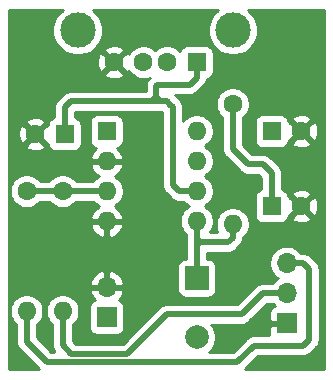
<source format=gbr>
G04 #@! TF.GenerationSoftware,KiCad,Pcbnew,(5.1.5)-3*
G04 #@! TF.CreationDate,2020-05-05T15:59:45-04:00*
G04 #@! TF.ProjectId,FullRangeSpeakerDriver,46756c6c-5261-46e6-9765-537065616b65,rev?*
G04 #@! TF.SameCoordinates,Original*
G04 #@! TF.FileFunction,Copper,L1,Top*
G04 #@! TF.FilePolarity,Positive*
%FSLAX46Y46*%
G04 Gerber Fmt 4.6, Leading zero omitted, Abs format (unit mm)*
G04 Created by KiCad (PCBNEW (5.1.5)-3) date 2020-05-05 15:59:45*
%MOMM*%
%LPD*%
G04 APERTURE LIST*
%ADD10C,1.600000*%
%ADD11R,1.600000X1.600000*%
%ADD12C,3.000000*%
%ADD13O,1.600000X1.600000*%
%ADD14O,1.700000X1.700000*%
%ADD15R,1.700000X1.700000*%
%ADD16C,2.000000*%
%ADD17R,2.000000X2.000000*%
%ADD18C,0.500000*%
%ADD19C,0.254000*%
G04 APERTURE END LIST*
D10*
X193660000Y-60960000D03*
X196160000Y-60960000D03*
X198160000Y-60960000D03*
D11*
X200660000Y-60960000D03*
D12*
X203730000Y-58250000D03*
X190590000Y-58250000D03*
D13*
X203708000Y-74676000D03*
D10*
X203708000Y-64516000D03*
X209510000Y-73152000D03*
D11*
X207010000Y-73152000D03*
D13*
X189306200Y-82042000D03*
D10*
X189306200Y-71882000D03*
D13*
X200660000Y-66802000D03*
X193040000Y-74422000D03*
X200660000Y-69342000D03*
X193040000Y-71882000D03*
X200660000Y-71882000D03*
X193040000Y-69342000D03*
X200660000Y-74422000D03*
D11*
X193040000Y-66802000D03*
D13*
X186258200Y-82042000D03*
D10*
X186258200Y-71882000D03*
D14*
X193040000Y-80010000D03*
D15*
X193040000Y-82550000D03*
D14*
X208280000Y-77978000D03*
X208280000Y-80518000D03*
D15*
X208280000Y-83058000D03*
D10*
X186984000Y-67056000D03*
D11*
X189484000Y-67056000D03*
D10*
X209510000Y-66802000D03*
D11*
X207010000Y-66802000D03*
D16*
X200660000Y-84248000D03*
D17*
X200660000Y-79248000D03*
D18*
X200914000Y-76200000D02*
X200660000Y-75946000D01*
X201041000Y-76200000D02*
X200914000Y-76200000D01*
X200660000Y-75946000D02*
X200660000Y-74422000D01*
X200660000Y-76200000D02*
X200660000Y-75946000D01*
X200660000Y-76200000D02*
X201041000Y-76200000D01*
X200914000Y-76200000D02*
X200660000Y-76454000D01*
X200660000Y-79248000D02*
X200660000Y-76454000D01*
X200660000Y-76454000D02*
X200660000Y-76200000D01*
X203708000Y-75819000D02*
X203327000Y-76200000D01*
X201041000Y-76200000D02*
X203327000Y-76200000D01*
X203708000Y-75819000D02*
X203708000Y-74676000D01*
X199136000Y-71882000D02*
X200660000Y-71882000D01*
X189484000Y-67056000D02*
X189484000Y-64770000D01*
X198628000Y-64770000D02*
X198628000Y-71374000D01*
X189484000Y-64770000D02*
X189992000Y-64262000D01*
X198628000Y-71374000D02*
X199136000Y-71882000D01*
X198120000Y-64262000D02*
X198437500Y-64579500D01*
X198437500Y-64579500D02*
X198628000Y-64770000D01*
X200660000Y-62260000D02*
X200055000Y-62865000D01*
X200660000Y-60960000D02*
X200660000Y-62260000D01*
X200055000Y-62865000D02*
X197358000Y-62865000D01*
X197358000Y-62865000D02*
X197231000Y-62992000D01*
X196977000Y-64135000D02*
X197231000Y-63881000D01*
X196977000Y-64262000D02*
X196977000Y-64135000D01*
X197231000Y-63881000D02*
X197231000Y-64262000D01*
X197231000Y-62992000D02*
X197231000Y-63881000D01*
X196977000Y-64262000D02*
X197231000Y-64262000D01*
X189992000Y-64262000D02*
X196977000Y-64262000D01*
X197231000Y-63881000D02*
X197612000Y-64262000D01*
X197231000Y-64262000D02*
X197612000Y-64262000D01*
X197612000Y-64262000D02*
X198120000Y-64262000D01*
X189306200Y-84912200D02*
X190053990Y-85659990D01*
X189306200Y-82042000D02*
X189306200Y-84912200D01*
X190053990Y-85659990D02*
X194756010Y-85659990D01*
X194756010Y-85659990D02*
X198120000Y-82296000D01*
X206248000Y-80518000D02*
X208280000Y-80518000D01*
X198120000Y-82296000D02*
X204470000Y-82296000D01*
X204470000Y-82296000D02*
X206248000Y-80518000D01*
X189306200Y-71882000D02*
X186258200Y-71882000D01*
X189306200Y-71882000D02*
X193040000Y-71882000D01*
X209677000Y-77978000D02*
X208280000Y-77978000D01*
X210185000Y-78486000D02*
X209677000Y-77978000D01*
X210185000Y-84455000D02*
X210185000Y-78486000D01*
X186258200Y-84632800D02*
X187985400Y-86360000D01*
X186258200Y-82042000D02*
X186258200Y-84632800D01*
X187985400Y-86360000D02*
X204089000Y-86360000D01*
X204089000Y-86360000D02*
X205486000Y-84963000D01*
X205486000Y-84963000D02*
X209677000Y-84963000D01*
X209677000Y-84963000D02*
X210185000Y-84455000D01*
X203708000Y-68326000D02*
X203708000Y-64516000D01*
X204978000Y-69596000D02*
X203708000Y-68326000D01*
X206248000Y-69596000D02*
X204978000Y-69596000D01*
X207010000Y-73152000D02*
X207010000Y-70358000D01*
X207010000Y-70358000D02*
X206248000Y-69596000D01*
D19*
G36*
X189229017Y-56591637D02*
G01*
X188931637Y-56889017D01*
X188697988Y-57238698D01*
X188537047Y-57627244D01*
X188455000Y-58039721D01*
X188455000Y-58460279D01*
X188537047Y-58872756D01*
X188697988Y-59261302D01*
X188931637Y-59610983D01*
X189229017Y-59908363D01*
X189578698Y-60142012D01*
X189967244Y-60302953D01*
X190379721Y-60385000D01*
X190800279Y-60385000D01*
X191212756Y-60302953D01*
X191601302Y-60142012D01*
X191862780Y-59967298D01*
X192846903Y-59967298D01*
X193660000Y-60780395D01*
X194473097Y-59967298D01*
X194401514Y-59723329D01*
X194146004Y-59602429D01*
X193871816Y-59533700D01*
X193589488Y-59519783D01*
X193309870Y-59561213D01*
X193043708Y-59656397D01*
X192918486Y-59723329D01*
X192846903Y-59967298D01*
X191862780Y-59967298D01*
X191950983Y-59908363D01*
X192248363Y-59610983D01*
X192482012Y-59261302D01*
X192642953Y-58872756D01*
X192725000Y-58460279D01*
X192725000Y-58039721D01*
X192642953Y-57627244D01*
X192482012Y-57238698D01*
X192248363Y-56889017D01*
X191950983Y-56591637D01*
X191873703Y-56540000D01*
X202446297Y-56540000D01*
X202369017Y-56591637D01*
X202071637Y-56889017D01*
X201837988Y-57238698D01*
X201677047Y-57627244D01*
X201595000Y-58039721D01*
X201595000Y-58460279D01*
X201677047Y-58872756D01*
X201837988Y-59261302D01*
X202071637Y-59610983D01*
X202369017Y-59908363D01*
X202718698Y-60142012D01*
X203107244Y-60302953D01*
X203519721Y-60385000D01*
X203940279Y-60385000D01*
X204352756Y-60302953D01*
X204741302Y-60142012D01*
X205090983Y-59908363D01*
X205388363Y-59610983D01*
X205622012Y-59261302D01*
X205782953Y-58872756D01*
X205865000Y-58460279D01*
X205865000Y-58039721D01*
X205782953Y-57627244D01*
X205622012Y-57238698D01*
X205388363Y-56889017D01*
X205090983Y-56591637D01*
X205013703Y-56540000D01*
X211430001Y-56540000D01*
X211430000Y-86970000D01*
X204733260Y-86970000D01*
X204745534Y-86955044D01*
X205852579Y-85848000D01*
X209633531Y-85848000D01*
X209677000Y-85852281D01*
X209720469Y-85848000D01*
X209720477Y-85848000D01*
X209850490Y-85835195D01*
X210017313Y-85784589D01*
X210171059Y-85702411D01*
X210305817Y-85591817D01*
X210333534Y-85558044D01*
X210780045Y-85111533D01*
X210813817Y-85083817D01*
X210924411Y-84949059D01*
X211006589Y-84795313D01*
X211057195Y-84628490D01*
X211070000Y-84498477D01*
X211070000Y-84498467D01*
X211074281Y-84455001D01*
X211070000Y-84411535D01*
X211070000Y-78529465D01*
X211074281Y-78485999D01*
X211070000Y-78442533D01*
X211070000Y-78442523D01*
X211057195Y-78312510D01*
X211006589Y-78145687D01*
X210924411Y-77991941D01*
X210813817Y-77857183D01*
X210780044Y-77829466D01*
X210333534Y-77382956D01*
X210305817Y-77349183D01*
X210171059Y-77238589D01*
X210017313Y-77156411D01*
X209850490Y-77105805D01*
X209720477Y-77093000D01*
X209720469Y-77093000D01*
X209677000Y-77088719D01*
X209633531Y-77093000D01*
X209474656Y-77093000D01*
X209433475Y-77031368D01*
X209226632Y-76824525D01*
X208983411Y-76662010D01*
X208713158Y-76550068D01*
X208426260Y-76493000D01*
X208133740Y-76493000D01*
X207846842Y-76550068D01*
X207576589Y-76662010D01*
X207333368Y-76824525D01*
X207126525Y-77031368D01*
X206964010Y-77274589D01*
X206852068Y-77544842D01*
X206795000Y-77831740D01*
X206795000Y-78124260D01*
X206852068Y-78411158D01*
X206964010Y-78681411D01*
X207126525Y-78924632D01*
X207333368Y-79131475D01*
X207507760Y-79248000D01*
X207333368Y-79364525D01*
X207126525Y-79571368D01*
X207085344Y-79633000D01*
X206291469Y-79633000D01*
X206248000Y-79628719D01*
X206204531Y-79633000D01*
X206204523Y-79633000D01*
X206074510Y-79645805D01*
X205907687Y-79696411D01*
X205822285Y-79742059D01*
X205753941Y-79778589D01*
X205652953Y-79861468D01*
X205652951Y-79861470D01*
X205619183Y-79889183D01*
X205591470Y-79922951D01*
X204103422Y-81411000D01*
X198163465Y-81411000D01*
X198119999Y-81406719D01*
X198076533Y-81411000D01*
X198076523Y-81411000D01*
X197946510Y-81423805D01*
X197779687Y-81474411D01*
X197625941Y-81556589D01*
X197625939Y-81556590D01*
X197625940Y-81556590D01*
X197524953Y-81639468D01*
X197524951Y-81639470D01*
X197491183Y-81667183D01*
X197463470Y-81700951D01*
X194389432Y-84774990D01*
X190420569Y-84774990D01*
X190191200Y-84545622D01*
X190191200Y-83176521D01*
X190220959Y-83156637D01*
X190420837Y-82956759D01*
X190577880Y-82721727D01*
X190686053Y-82460574D01*
X190741200Y-82183335D01*
X190741200Y-81900665D01*
X190701285Y-81700000D01*
X191551928Y-81700000D01*
X191551928Y-83400000D01*
X191564188Y-83524482D01*
X191600498Y-83644180D01*
X191659463Y-83754494D01*
X191738815Y-83851185D01*
X191835506Y-83930537D01*
X191945820Y-83989502D01*
X192065518Y-84025812D01*
X192190000Y-84038072D01*
X193890000Y-84038072D01*
X194014482Y-84025812D01*
X194134180Y-83989502D01*
X194244494Y-83930537D01*
X194341185Y-83851185D01*
X194420537Y-83754494D01*
X194479502Y-83644180D01*
X194515812Y-83524482D01*
X194528072Y-83400000D01*
X194528072Y-81700000D01*
X194515812Y-81575518D01*
X194479502Y-81455820D01*
X194420537Y-81345506D01*
X194341185Y-81248815D01*
X194244494Y-81169463D01*
X194134180Y-81110498D01*
X194053534Y-81086034D01*
X194137588Y-81010269D01*
X194311641Y-80776920D01*
X194436825Y-80514099D01*
X194481476Y-80366890D01*
X194360155Y-80137000D01*
X193167000Y-80137000D01*
X193167000Y-80157000D01*
X192913000Y-80157000D01*
X192913000Y-80137000D01*
X191719845Y-80137000D01*
X191598524Y-80366890D01*
X191643175Y-80514099D01*
X191768359Y-80776920D01*
X191942412Y-81010269D01*
X192026466Y-81086034D01*
X191945820Y-81110498D01*
X191835506Y-81169463D01*
X191738815Y-81248815D01*
X191659463Y-81345506D01*
X191600498Y-81455820D01*
X191564188Y-81575518D01*
X191551928Y-81700000D01*
X190701285Y-81700000D01*
X190686053Y-81623426D01*
X190577880Y-81362273D01*
X190420837Y-81127241D01*
X190220959Y-80927363D01*
X189985927Y-80770320D01*
X189724774Y-80662147D01*
X189447535Y-80607000D01*
X189164865Y-80607000D01*
X188887626Y-80662147D01*
X188626473Y-80770320D01*
X188391441Y-80927363D01*
X188191563Y-81127241D01*
X188034520Y-81362273D01*
X187926347Y-81623426D01*
X187871200Y-81900665D01*
X187871200Y-82183335D01*
X187926347Y-82460574D01*
X188034520Y-82721727D01*
X188191563Y-82956759D01*
X188391441Y-83156637D01*
X188421200Y-83176522D01*
X188421201Y-84868721D01*
X188416919Y-84912200D01*
X188434005Y-85085690D01*
X188484612Y-85252513D01*
X188566790Y-85406259D01*
X188623204Y-85475000D01*
X188351979Y-85475000D01*
X187143200Y-84266222D01*
X187143200Y-83176521D01*
X187172959Y-83156637D01*
X187372837Y-82956759D01*
X187529880Y-82721727D01*
X187638053Y-82460574D01*
X187693200Y-82183335D01*
X187693200Y-81900665D01*
X187638053Y-81623426D01*
X187529880Y-81362273D01*
X187372837Y-81127241D01*
X187172959Y-80927363D01*
X186937927Y-80770320D01*
X186676774Y-80662147D01*
X186399535Y-80607000D01*
X186116865Y-80607000D01*
X185839626Y-80662147D01*
X185578473Y-80770320D01*
X185343441Y-80927363D01*
X185143563Y-81127241D01*
X184986520Y-81362273D01*
X184878347Y-81623426D01*
X184823200Y-81900665D01*
X184823200Y-82183335D01*
X184878347Y-82460574D01*
X184986520Y-82721727D01*
X185143563Y-82956759D01*
X185343441Y-83156637D01*
X185373200Y-83176522D01*
X185373201Y-84589321D01*
X185368919Y-84632800D01*
X185386005Y-84806290D01*
X185436612Y-84973113D01*
X185518790Y-85126859D01*
X185601668Y-85227846D01*
X185601671Y-85227849D01*
X185629384Y-85261617D01*
X185663151Y-85289329D01*
X187328870Y-86955049D01*
X187341140Y-86970000D01*
X184810000Y-86970000D01*
X184810000Y-79653110D01*
X191598524Y-79653110D01*
X191719845Y-79883000D01*
X192913000Y-79883000D01*
X192913000Y-78689186D01*
X193167000Y-78689186D01*
X193167000Y-79883000D01*
X194360155Y-79883000D01*
X194481476Y-79653110D01*
X194436825Y-79505901D01*
X194311641Y-79243080D01*
X194137588Y-79009731D01*
X193921355Y-78814822D01*
X193671252Y-78665843D01*
X193396891Y-78568519D01*
X193167000Y-78689186D01*
X192913000Y-78689186D01*
X192683109Y-78568519D01*
X192408748Y-78665843D01*
X192158645Y-78814822D01*
X191942412Y-79009731D01*
X191768359Y-79243080D01*
X191643175Y-79505901D01*
X191598524Y-79653110D01*
X184810000Y-79653110D01*
X184810000Y-74771039D01*
X191648096Y-74771039D01*
X191688754Y-74905087D01*
X191808963Y-75159420D01*
X191976481Y-75385414D01*
X192184869Y-75574385D01*
X192426119Y-75719070D01*
X192690960Y-75813909D01*
X192913000Y-75692624D01*
X192913000Y-74549000D01*
X193167000Y-74549000D01*
X193167000Y-75692624D01*
X193389040Y-75813909D01*
X193653881Y-75719070D01*
X193895131Y-75574385D01*
X194103519Y-75385414D01*
X194271037Y-75159420D01*
X194391246Y-74905087D01*
X194431904Y-74771039D01*
X194309915Y-74549000D01*
X193167000Y-74549000D01*
X192913000Y-74549000D01*
X191770085Y-74549000D01*
X191648096Y-74771039D01*
X184810000Y-74771039D01*
X184810000Y-71740665D01*
X184823200Y-71740665D01*
X184823200Y-72023335D01*
X184878347Y-72300574D01*
X184986520Y-72561727D01*
X185143563Y-72796759D01*
X185343441Y-72996637D01*
X185578473Y-73153680D01*
X185839626Y-73261853D01*
X186116865Y-73317000D01*
X186399535Y-73317000D01*
X186676774Y-73261853D01*
X186937927Y-73153680D01*
X187172959Y-72996637D01*
X187372837Y-72796759D01*
X187392721Y-72767000D01*
X188171679Y-72767000D01*
X188191563Y-72796759D01*
X188391441Y-72996637D01*
X188626473Y-73153680D01*
X188887626Y-73261853D01*
X189164865Y-73317000D01*
X189447535Y-73317000D01*
X189724774Y-73261853D01*
X189985927Y-73153680D01*
X190220959Y-72996637D01*
X190420837Y-72796759D01*
X190440721Y-72767000D01*
X191905479Y-72767000D01*
X191925363Y-72796759D01*
X192125241Y-72996637D01*
X192360273Y-73153680D01*
X192370865Y-73158067D01*
X192184869Y-73269615D01*
X191976481Y-73458586D01*
X191808963Y-73684580D01*
X191688754Y-73938913D01*
X191648096Y-74072961D01*
X191770085Y-74295000D01*
X192913000Y-74295000D01*
X192913000Y-74275000D01*
X193167000Y-74275000D01*
X193167000Y-74295000D01*
X194309915Y-74295000D01*
X194431904Y-74072961D01*
X194391246Y-73938913D01*
X194271037Y-73684580D01*
X194103519Y-73458586D01*
X193895131Y-73269615D01*
X193709135Y-73158067D01*
X193719727Y-73153680D01*
X193954759Y-72996637D01*
X194154637Y-72796759D01*
X194311680Y-72561727D01*
X194419853Y-72300574D01*
X194475000Y-72023335D01*
X194475000Y-71740665D01*
X194419853Y-71463426D01*
X194311680Y-71202273D01*
X194154637Y-70967241D01*
X193954759Y-70767363D01*
X193719727Y-70610320D01*
X193709135Y-70605933D01*
X193895131Y-70494385D01*
X194103519Y-70305414D01*
X194271037Y-70079420D01*
X194391246Y-69825087D01*
X194431904Y-69691039D01*
X194309915Y-69469000D01*
X193167000Y-69469000D01*
X193167000Y-69489000D01*
X192913000Y-69489000D01*
X192913000Y-69469000D01*
X191770085Y-69469000D01*
X191648096Y-69691039D01*
X191688754Y-69825087D01*
X191808963Y-70079420D01*
X191976481Y-70305414D01*
X192184869Y-70494385D01*
X192370865Y-70605933D01*
X192360273Y-70610320D01*
X192125241Y-70767363D01*
X191925363Y-70967241D01*
X191905479Y-70997000D01*
X190440721Y-70997000D01*
X190420837Y-70967241D01*
X190220959Y-70767363D01*
X189985927Y-70610320D01*
X189724774Y-70502147D01*
X189447535Y-70447000D01*
X189164865Y-70447000D01*
X188887626Y-70502147D01*
X188626473Y-70610320D01*
X188391441Y-70767363D01*
X188191563Y-70967241D01*
X188171679Y-70997000D01*
X187392721Y-70997000D01*
X187372837Y-70967241D01*
X187172959Y-70767363D01*
X186937927Y-70610320D01*
X186676774Y-70502147D01*
X186399535Y-70447000D01*
X186116865Y-70447000D01*
X185839626Y-70502147D01*
X185578473Y-70610320D01*
X185343441Y-70767363D01*
X185143563Y-70967241D01*
X184986520Y-71202273D01*
X184878347Y-71463426D01*
X184823200Y-71740665D01*
X184810000Y-71740665D01*
X184810000Y-68048702D01*
X186170903Y-68048702D01*
X186242486Y-68292671D01*
X186497996Y-68413571D01*
X186772184Y-68482300D01*
X187054512Y-68496217D01*
X187334130Y-68454787D01*
X187600292Y-68359603D01*
X187725514Y-68292671D01*
X187797097Y-68048702D01*
X186984000Y-67235605D01*
X186170903Y-68048702D01*
X184810000Y-68048702D01*
X184810000Y-67126512D01*
X185543783Y-67126512D01*
X185585213Y-67406130D01*
X185680397Y-67672292D01*
X185747329Y-67797514D01*
X185991298Y-67869097D01*
X186804395Y-67056000D01*
X187163605Y-67056000D01*
X187976702Y-67869097D01*
X188045928Y-67848785D01*
X188045928Y-67856000D01*
X188058188Y-67980482D01*
X188094498Y-68100180D01*
X188153463Y-68210494D01*
X188232815Y-68307185D01*
X188329506Y-68386537D01*
X188439820Y-68445502D01*
X188559518Y-68481812D01*
X188684000Y-68494072D01*
X190284000Y-68494072D01*
X190408482Y-68481812D01*
X190528180Y-68445502D01*
X190638494Y-68386537D01*
X190735185Y-68307185D01*
X190814537Y-68210494D01*
X190873502Y-68100180D01*
X190909812Y-67980482D01*
X190922072Y-67856000D01*
X190922072Y-66256000D01*
X190909812Y-66131518D01*
X190873502Y-66011820D01*
X190868254Y-66002000D01*
X191601928Y-66002000D01*
X191601928Y-67602000D01*
X191614188Y-67726482D01*
X191650498Y-67846180D01*
X191709463Y-67956494D01*
X191788815Y-68053185D01*
X191885506Y-68132537D01*
X191995820Y-68191502D01*
X192115518Y-68227812D01*
X192140080Y-68230231D01*
X191976481Y-68378586D01*
X191808963Y-68604580D01*
X191688754Y-68858913D01*
X191648096Y-68992961D01*
X191770085Y-69215000D01*
X192913000Y-69215000D01*
X192913000Y-69195000D01*
X193167000Y-69195000D01*
X193167000Y-69215000D01*
X194309915Y-69215000D01*
X194431904Y-68992961D01*
X194391246Y-68858913D01*
X194271037Y-68604580D01*
X194103519Y-68378586D01*
X193939920Y-68230231D01*
X193964482Y-68227812D01*
X194084180Y-68191502D01*
X194194494Y-68132537D01*
X194291185Y-68053185D01*
X194370537Y-67956494D01*
X194429502Y-67846180D01*
X194465812Y-67726482D01*
X194478072Y-67602000D01*
X194478072Y-66002000D01*
X194465812Y-65877518D01*
X194429502Y-65757820D01*
X194370537Y-65647506D01*
X194291185Y-65550815D01*
X194194494Y-65471463D01*
X194084180Y-65412498D01*
X193964482Y-65376188D01*
X193840000Y-65363928D01*
X192240000Y-65363928D01*
X192115518Y-65376188D01*
X191995820Y-65412498D01*
X191885506Y-65471463D01*
X191788815Y-65550815D01*
X191709463Y-65647506D01*
X191650498Y-65757820D01*
X191614188Y-65877518D01*
X191601928Y-66002000D01*
X190868254Y-66002000D01*
X190814537Y-65901506D01*
X190735185Y-65804815D01*
X190638494Y-65725463D01*
X190528180Y-65666498D01*
X190408482Y-65630188D01*
X190369000Y-65626299D01*
X190369000Y-65147000D01*
X196933523Y-65147000D01*
X196977000Y-65151282D01*
X197020476Y-65147000D01*
X197187524Y-65147000D01*
X197231000Y-65151282D01*
X197274477Y-65147000D01*
X197568533Y-65147000D01*
X197611999Y-65151281D01*
X197655465Y-65147000D01*
X197743000Y-65147000D01*
X197743001Y-71330521D01*
X197738719Y-71374000D01*
X197755805Y-71547490D01*
X197806412Y-71714313D01*
X197888590Y-71868059D01*
X197971468Y-71969046D01*
X197971471Y-71969049D01*
X197999184Y-72002817D01*
X198032952Y-72030530D01*
X198479466Y-72477044D01*
X198507183Y-72510817D01*
X198641941Y-72621411D01*
X198795687Y-72703589D01*
X198962510Y-72754195D01*
X199092523Y-72767000D01*
X199092533Y-72767000D01*
X199135999Y-72771281D01*
X199179465Y-72767000D01*
X199525479Y-72767000D01*
X199545363Y-72796759D01*
X199745241Y-72996637D01*
X199977759Y-73152000D01*
X199745241Y-73307363D01*
X199545363Y-73507241D01*
X199388320Y-73742273D01*
X199280147Y-74003426D01*
X199225000Y-74280665D01*
X199225000Y-74563335D01*
X199280147Y-74840574D01*
X199388320Y-75101727D01*
X199545363Y-75336759D01*
X199745241Y-75536637D01*
X199775000Y-75556521D01*
X199775000Y-75902531D01*
X199770719Y-75946000D01*
X199775000Y-75989469D01*
X199775000Y-76156523D01*
X199770718Y-76200000D01*
X199775000Y-76243476D01*
X199775000Y-76410531D01*
X199770719Y-76454000D01*
X199775000Y-76497469D01*
X199775000Y-76497476D01*
X199775001Y-76497486D01*
X199775001Y-77609928D01*
X199660000Y-77609928D01*
X199535518Y-77622188D01*
X199415820Y-77658498D01*
X199305506Y-77717463D01*
X199208815Y-77796815D01*
X199129463Y-77893506D01*
X199070498Y-78003820D01*
X199034188Y-78123518D01*
X199021928Y-78248000D01*
X199021928Y-80248000D01*
X199034188Y-80372482D01*
X199070498Y-80492180D01*
X199129463Y-80602494D01*
X199208815Y-80699185D01*
X199305506Y-80778537D01*
X199415820Y-80837502D01*
X199535518Y-80873812D01*
X199660000Y-80886072D01*
X201660000Y-80886072D01*
X201784482Y-80873812D01*
X201904180Y-80837502D01*
X202014494Y-80778537D01*
X202111185Y-80699185D01*
X202190537Y-80602494D01*
X202249502Y-80492180D01*
X202285812Y-80372482D01*
X202298072Y-80248000D01*
X202298072Y-78248000D01*
X202285812Y-78123518D01*
X202249502Y-78003820D01*
X202190537Y-77893506D01*
X202111185Y-77796815D01*
X202014494Y-77717463D01*
X201904180Y-77658498D01*
X201784482Y-77622188D01*
X201660000Y-77609928D01*
X201545000Y-77609928D01*
X201545000Y-77085000D01*
X203283531Y-77085000D01*
X203327000Y-77089281D01*
X203370469Y-77085000D01*
X203370477Y-77085000D01*
X203500490Y-77072195D01*
X203667313Y-77021589D01*
X203821059Y-76939411D01*
X203955817Y-76828817D01*
X203983534Y-76795044D01*
X204303045Y-76475533D01*
X204336817Y-76447817D01*
X204447411Y-76313059D01*
X204529589Y-76159313D01*
X204580195Y-75992490D01*
X204593000Y-75862477D01*
X204593000Y-75862467D01*
X204597281Y-75819001D01*
X204596233Y-75808361D01*
X204622759Y-75790637D01*
X204822637Y-75590759D01*
X204979680Y-75355727D01*
X205087853Y-75094574D01*
X205143000Y-74817335D01*
X205143000Y-74534665D01*
X205087853Y-74257426D01*
X204979680Y-73996273D01*
X204822637Y-73761241D01*
X204622759Y-73561363D01*
X204387727Y-73404320D01*
X204126574Y-73296147D01*
X203849335Y-73241000D01*
X203566665Y-73241000D01*
X203289426Y-73296147D01*
X203028273Y-73404320D01*
X202793241Y-73561363D01*
X202593363Y-73761241D01*
X202436320Y-73996273D01*
X202328147Y-74257426D01*
X202273000Y-74534665D01*
X202273000Y-74817335D01*
X202328147Y-75094574D01*
X202419450Y-75315000D01*
X201789176Y-75315000D01*
X201931680Y-75101727D01*
X202039853Y-74840574D01*
X202095000Y-74563335D01*
X202095000Y-74280665D01*
X202039853Y-74003426D01*
X201931680Y-73742273D01*
X201774637Y-73507241D01*
X201574759Y-73307363D01*
X201342241Y-73152000D01*
X201574759Y-72996637D01*
X201774637Y-72796759D01*
X201931680Y-72561727D01*
X202039853Y-72300574D01*
X202095000Y-72023335D01*
X202095000Y-71740665D01*
X202039853Y-71463426D01*
X201931680Y-71202273D01*
X201774637Y-70967241D01*
X201574759Y-70767363D01*
X201342241Y-70612000D01*
X201574759Y-70456637D01*
X201774637Y-70256759D01*
X201931680Y-70021727D01*
X202039853Y-69760574D01*
X202095000Y-69483335D01*
X202095000Y-69200665D01*
X202039853Y-68923426D01*
X201931680Y-68662273D01*
X201774637Y-68427241D01*
X201574759Y-68227363D01*
X201342241Y-68072000D01*
X201574759Y-67916637D01*
X201774637Y-67716759D01*
X201931680Y-67481727D01*
X202039853Y-67220574D01*
X202095000Y-66943335D01*
X202095000Y-66660665D01*
X202039853Y-66383426D01*
X201931680Y-66122273D01*
X201774637Y-65887241D01*
X201574759Y-65687363D01*
X201339727Y-65530320D01*
X201078574Y-65422147D01*
X200801335Y-65367000D01*
X200518665Y-65367000D01*
X200241426Y-65422147D01*
X199980273Y-65530320D01*
X199745241Y-65687363D01*
X199545363Y-65887241D01*
X199513000Y-65935676D01*
X199513000Y-64813469D01*
X199517281Y-64770000D01*
X199513000Y-64726531D01*
X199513000Y-64726523D01*
X199500195Y-64596510D01*
X199449589Y-64429687D01*
X199420180Y-64374665D01*
X202273000Y-64374665D01*
X202273000Y-64657335D01*
X202328147Y-64934574D01*
X202436320Y-65195727D01*
X202593363Y-65430759D01*
X202793241Y-65630637D01*
X202823001Y-65650522D01*
X202823000Y-68282531D01*
X202818719Y-68326000D01*
X202823000Y-68369469D01*
X202823000Y-68369476D01*
X202835805Y-68499489D01*
X202886411Y-68666312D01*
X202968589Y-68820058D01*
X203079183Y-68954817D01*
X203112956Y-68982534D01*
X204321470Y-70191049D01*
X204349183Y-70224817D01*
X204382951Y-70252530D01*
X204382953Y-70252532D01*
X204388104Y-70256759D01*
X204483941Y-70335411D01*
X204637687Y-70417589D01*
X204804510Y-70468195D01*
X204934523Y-70481000D01*
X204934533Y-70481000D01*
X204977999Y-70485281D01*
X205021465Y-70481000D01*
X205881422Y-70481000D01*
X206125001Y-70724580D01*
X206125001Y-71722299D01*
X206085518Y-71726188D01*
X205965820Y-71762498D01*
X205855506Y-71821463D01*
X205758815Y-71900815D01*
X205679463Y-71997506D01*
X205620498Y-72107820D01*
X205584188Y-72227518D01*
X205571928Y-72352000D01*
X205571928Y-73952000D01*
X205584188Y-74076482D01*
X205620498Y-74196180D01*
X205679463Y-74306494D01*
X205758815Y-74403185D01*
X205855506Y-74482537D01*
X205965820Y-74541502D01*
X206085518Y-74577812D01*
X206210000Y-74590072D01*
X207810000Y-74590072D01*
X207934482Y-74577812D01*
X208054180Y-74541502D01*
X208164494Y-74482537D01*
X208261185Y-74403185D01*
X208340537Y-74306494D01*
X208399502Y-74196180D01*
X208415117Y-74144702D01*
X208696903Y-74144702D01*
X208768486Y-74388671D01*
X209023996Y-74509571D01*
X209298184Y-74578300D01*
X209580512Y-74592217D01*
X209860130Y-74550787D01*
X210126292Y-74455603D01*
X210251514Y-74388671D01*
X210323097Y-74144702D01*
X209510000Y-73331605D01*
X208696903Y-74144702D01*
X208415117Y-74144702D01*
X208435812Y-74076482D01*
X208448072Y-73952000D01*
X208448072Y-73944785D01*
X208517298Y-73965097D01*
X209330395Y-73152000D01*
X209689605Y-73152000D01*
X210502702Y-73965097D01*
X210746671Y-73893514D01*
X210867571Y-73638004D01*
X210936300Y-73363816D01*
X210950217Y-73081488D01*
X210908787Y-72801870D01*
X210813603Y-72535708D01*
X210746671Y-72410486D01*
X210502702Y-72338903D01*
X209689605Y-73152000D01*
X209330395Y-73152000D01*
X208517298Y-72338903D01*
X208448072Y-72359215D01*
X208448072Y-72352000D01*
X208435812Y-72227518D01*
X208415118Y-72159298D01*
X208696903Y-72159298D01*
X209510000Y-72972395D01*
X210323097Y-72159298D01*
X210251514Y-71915329D01*
X209996004Y-71794429D01*
X209721816Y-71725700D01*
X209439488Y-71711783D01*
X209159870Y-71753213D01*
X208893708Y-71848397D01*
X208768486Y-71915329D01*
X208696903Y-72159298D01*
X208415118Y-72159298D01*
X208399502Y-72107820D01*
X208340537Y-71997506D01*
X208261185Y-71900815D01*
X208164494Y-71821463D01*
X208054180Y-71762498D01*
X207934482Y-71726188D01*
X207895000Y-71722299D01*
X207895000Y-70401469D01*
X207899281Y-70358000D01*
X207895000Y-70314531D01*
X207895000Y-70314523D01*
X207882195Y-70184510D01*
X207831589Y-70017687D01*
X207749411Y-69863941D01*
X207717524Y-69825087D01*
X207666532Y-69762953D01*
X207666530Y-69762951D01*
X207638817Y-69729183D01*
X207605049Y-69701470D01*
X206904534Y-69000956D01*
X206876817Y-68967183D01*
X206742059Y-68856589D01*
X206588313Y-68774411D01*
X206421490Y-68723805D01*
X206291477Y-68711000D01*
X206291469Y-68711000D01*
X206248000Y-68706719D01*
X206204531Y-68711000D01*
X205344579Y-68711000D01*
X204593000Y-67959422D01*
X204593000Y-66002000D01*
X205571928Y-66002000D01*
X205571928Y-67602000D01*
X205584188Y-67726482D01*
X205620498Y-67846180D01*
X205679463Y-67956494D01*
X205758815Y-68053185D01*
X205855506Y-68132537D01*
X205965820Y-68191502D01*
X206085518Y-68227812D01*
X206210000Y-68240072D01*
X207810000Y-68240072D01*
X207934482Y-68227812D01*
X208054180Y-68191502D01*
X208164494Y-68132537D01*
X208261185Y-68053185D01*
X208340537Y-67956494D01*
X208399502Y-67846180D01*
X208415117Y-67794702D01*
X208696903Y-67794702D01*
X208768486Y-68038671D01*
X209023996Y-68159571D01*
X209298184Y-68228300D01*
X209580512Y-68242217D01*
X209860130Y-68200787D01*
X210126292Y-68105603D01*
X210251514Y-68038671D01*
X210323097Y-67794702D01*
X209510000Y-66981605D01*
X208696903Y-67794702D01*
X208415117Y-67794702D01*
X208435812Y-67726482D01*
X208448072Y-67602000D01*
X208448072Y-67594785D01*
X208517298Y-67615097D01*
X209330395Y-66802000D01*
X209689605Y-66802000D01*
X210502702Y-67615097D01*
X210746671Y-67543514D01*
X210867571Y-67288004D01*
X210936300Y-67013816D01*
X210950217Y-66731488D01*
X210908787Y-66451870D01*
X210813603Y-66185708D01*
X210746671Y-66060486D01*
X210502702Y-65988903D01*
X209689605Y-66802000D01*
X209330395Y-66802000D01*
X208517298Y-65988903D01*
X208448072Y-66009215D01*
X208448072Y-66002000D01*
X208435812Y-65877518D01*
X208415118Y-65809298D01*
X208696903Y-65809298D01*
X209510000Y-66622395D01*
X210323097Y-65809298D01*
X210251514Y-65565329D01*
X209996004Y-65444429D01*
X209721816Y-65375700D01*
X209439488Y-65361783D01*
X209159870Y-65403213D01*
X208893708Y-65498397D01*
X208768486Y-65565329D01*
X208696903Y-65809298D01*
X208415118Y-65809298D01*
X208399502Y-65757820D01*
X208340537Y-65647506D01*
X208261185Y-65550815D01*
X208164494Y-65471463D01*
X208054180Y-65412498D01*
X207934482Y-65376188D01*
X207810000Y-65363928D01*
X206210000Y-65363928D01*
X206085518Y-65376188D01*
X205965820Y-65412498D01*
X205855506Y-65471463D01*
X205758815Y-65550815D01*
X205679463Y-65647506D01*
X205620498Y-65757820D01*
X205584188Y-65877518D01*
X205571928Y-66002000D01*
X204593000Y-66002000D01*
X204593000Y-65650521D01*
X204622759Y-65630637D01*
X204822637Y-65430759D01*
X204979680Y-65195727D01*
X205087853Y-64934574D01*
X205143000Y-64657335D01*
X205143000Y-64374665D01*
X205087853Y-64097426D01*
X204979680Y-63836273D01*
X204822637Y-63601241D01*
X204622759Y-63401363D01*
X204387727Y-63244320D01*
X204126574Y-63136147D01*
X203849335Y-63081000D01*
X203566665Y-63081000D01*
X203289426Y-63136147D01*
X203028273Y-63244320D01*
X202793241Y-63401363D01*
X202593363Y-63601241D01*
X202436320Y-63836273D01*
X202328147Y-64097426D01*
X202273000Y-64374665D01*
X199420180Y-64374665D01*
X199367411Y-64275941D01*
X199256817Y-64141183D01*
X199223045Y-64113467D01*
X198859578Y-63750000D01*
X200011531Y-63750000D01*
X200055000Y-63754281D01*
X200098469Y-63750000D01*
X200098477Y-63750000D01*
X200228490Y-63737195D01*
X200395313Y-63686589D01*
X200549059Y-63604411D01*
X200683817Y-63493817D01*
X200711534Y-63460044D01*
X201255049Y-62916530D01*
X201288817Y-62888817D01*
X201399411Y-62754059D01*
X201481589Y-62600313D01*
X201532195Y-62433490D01*
X201536425Y-62390545D01*
X201584482Y-62385812D01*
X201704180Y-62349502D01*
X201814494Y-62290537D01*
X201911185Y-62211185D01*
X201990537Y-62114494D01*
X202049502Y-62004180D01*
X202085812Y-61884482D01*
X202098072Y-61760000D01*
X202098072Y-60160000D01*
X202085812Y-60035518D01*
X202049502Y-59915820D01*
X201990537Y-59805506D01*
X201911185Y-59708815D01*
X201814494Y-59629463D01*
X201704180Y-59570498D01*
X201584482Y-59534188D01*
X201460000Y-59521928D01*
X199860000Y-59521928D01*
X199735518Y-59534188D01*
X199615820Y-59570498D01*
X199505506Y-59629463D01*
X199408815Y-59708815D01*
X199329463Y-59805506D01*
X199270498Y-59915820D01*
X199241339Y-60011943D01*
X199074759Y-59845363D01*
X198839727Y-59688320D01*
X198578574Y-59580147D01*
X198301335Y-59525000D01*
X198018665Y-59525000D01*
X197741426Y-59580147D01*
X197480273Y-59688320D01*
X197245241Y-59845363D01*
X197160000Y-59930604D01*
X197074759Y-59845363D01*
X196839727Y-59688320D01*
X196578574Y-59580147D01*
X196301335Y-59525000D01*
X196018665Y-59525000D01*
X195741426Y-59580147D01*
X195480273Y-59688320D01*
X195245241Y-59845363D01*
X195045363Y-60045241D01*
X194911308Y-60245869D01*
X194896671Y-60218486D01*
X194652702Y-60146903D01*
X193839605Y-60960000D01*
X194652702Y-61773097D01*
X194896671Y-61701514D01*
X194910324Y-61672659D01*
X195045363Y-61874759D01*
X195245241Y-62074637D01*
X195480273Y-62231680D01*
X195741426Y-62339853D01*
X196018665Y-62395000D01*
X196301335Y-62395000D01*
X196578574Y-62339853D01*
X196669042Y-62302380D01*
X196635956Y-62335466D01*
X196602183Y-62363183D01*
X196491589Y-62497942D01*
X196409411Y-62651688D01*
X196358805Y-62818511D01*
X196346000Y-62948524D01*
X196346000Y-62948531D01*
X196341719Y-62992000D01*
X196346000Y-63035469D01*
X196346000Y-63377000D01*
X190035465Y-63377000D01*
X189991999Y-63372719D01*
X189948533Y-63377000D01*
X189948523Y-63377000D01*
X189818510Y-63389805D01*
X189651687Y-63440411D01*
X189497941Y-63522589D01*
X189363183Y-63633183D01*
X189335468Y-63666954D01*
X188888952Y-64113470D01*
X188855184Y-64141183D01*
X188827471Y-64174951D01*
X188827468Y-64174954D01*
X188744590Y-64275941D01*
X188662412Y-64429687D01*
X188611805Y-64596510D01*
X188594719Y-64770000D01*
X188599001Y-64813479D01*
X188599001Y-65626299D01*
X188559518Y-65630188D01*
X188439820Y-65666498D01*
X188329506Y-65725463D01*
X188232815Y-65804815D01*
X188153463Y-65901506D01*
X188094498Y-66011820D01*
X188058188Y-66131518D01*
X188045928Y-66256000D01*
X188045928Y-66263215D01*
X187976702Y-66242903D01*
X187163605Y-67056000D01*
X186804395Y-67056000D01*
X185991298Y-66242903D01*
X185747329Y-66314486D01*
X185626429Y-66569996D01*
X185557700Y-66844184D01*
X185543783Y-67126512D01*
X184810000Y-67126512D01*
X184810000Y-66063298D01*
X186170903Y-66063298D01*
X186984000Y-66876395D01*
X187797097Y-66063298D01*
X187725514Y-65819329D01*
X187470004Y-65698429D01*
X187195816Y-65629700D01*
X186913488Y-65615783D01*
X186633870Y-65657213D01*
X186367708Y-65752397D01*
X186242486Y-65819329D01*
X186170903Y-66063298D01*
X184810000Y-66063298D01*
X184810000Y-61952702D01*
X192846903Y-61952702D01*
X192918486Y-62196671D01*
X193173996Y-62317571D01*
X193448184Y-62386300D01*
X193730512Y-62400217D01*
X194010130Y-62358787D01*
X194276292Y-62263603D01*
X194401514Y-62196671D01*
X194473097Y-61952702D01*
X193660000Y-61139605D01*
X192846903Y-61952702D01*
X184810000Y-61952702D01*
X184810000Y-61030512D01*
X192219783Y-61030512D01*
X192261213Y-61310130D01*
X192356397Y-61576292D01*
X192423329Y-61701514D01*
X192667298Y-61773097D01*
X193480395Y-60960000D01*
X192667298Y-60146903D01*
X192423329Y-60218486D01*
X192302429Y-60473996D01*
X192233700Y-60748184D01*
X192219783Y-61030512D01*
X184810000Y-61030512D01*
X184810000Y-56540000D01*
X189306297Y-56540000D01*
X189229017Y-56591637D01*
G37*
X189229017Y-56591637D02*
X188931637Y-56889017D01*
X188697988Y-57238698D01*
X188537047Y-57627244D01*
X188455000Y-58039721D01*
X188455000Y-58460279D01*
X188537047Y-58872756D01*
X188697988Y-59261302D01*
X188931637Y-59610983D01*
X189229017Y-59908363D01*
X189578698Y-60142012D01*
X189967244Y-60302953D01*
X190379721Y-60385000D01*
X190800279Y-60385000D01*
X191212756Y-60302953D01*
X191601302Y-60142012D01*
X191862780Y-59967298D01*
X192846903Y-59967298D01*
X193660000Y-60780395D01*
X194473097Y-59967298D01*
X194401514Y-59723329D01*
X194146004Y-59602429D01*
X193871816Y-59533700D01*
X193589488Y-59519783D01*
X193309870Y-59561213D01*
X193043708Y-59656397D01*
X192918486Y-59723329D01*
X192846903Y-59967298D01*
X191862780Y-59967298D01*
X191950983Y-59908363D01*
X192248363Y-59610983D01*
X192482012Y-59261302D01*
X192642953Y-58872756D01*
X192725000Y-58460279D01*
X192725000Y-58039721D01*
X192642953Y-57627244D01*
X192482012Y-57238698D01*
X192248363Y-56889017D01*
X191950983Y-56591637D01*
X191873703Y-56540000D01*
X202446297Y-56540000D01*
X202369017Y-56591637D01*
X202071637Y-56889017D01*
X201837988Y-57238698D01*
X201677047Y-57627244D01*
X201595000Y-58039721D01*
X201595000Y-58460279D01*
X201677047Y-58872756D01*
X201837988Y-59261302D01*
X202071637Y-59610983D01*
X202369017Y-59908363D01*
X202718698Y-60142012D01*
X203107244Y-60302953D01*
X203519721Y-60385000D01*
X203940279Y-60385000D01*
X204352756Y-60302953D01*
X204741302Y-60142012D01*
X205090983Y-59908363D01*
X205388363Y-59610983D01*
X205622012Y-59261302D01*
X205782953Y-58872756D01*
X205865000Y-58460279D01*
X205865000Y-58039721D01*
X205782953Y-57627244D01*
X205622012Y-57238698D01*
X205388363Y-56889017D01*
X205090983Y-56591637D01*
X205013703Y-56540000D01*
X211430001Y-56540000D01*
X211430000Y-86970000D01*
X204733260Y-86970000D01*
X204745534Y-86955044D01*
X205852579Y-85848000D01*
X209633531Y-85848000D01*
X209677000Y-85852281D01*
X209720469Y-85848000D01*
X209720477Y-85848000D01*
X209850490Y-85835195D01*
X210017313Y-85784589D01*
X210171059Y-85702411D01*
X210305817Y-85591817D01*
X210333534Y-85558044D01*
X210780045Y-85111533D01*
X210813817Y-85083817D01*
X210924411Y-84949059D01*
X211006589Y-84795313D01*
X211057195Y-84628490D01*
X211070000Y-84498477D01*
X211070000Y-84498467D01*
X211074281Y-84455001D01*
X211070000Y-84411535D01*
X211070000Y-78529465D01*
X211074281Y-78485999D01*
X211070000Y-78442533D01*
X211070000Y-78442523D01*
X211057195Y-78312510D01*
X211006589Y-78145687D01*
X210924411Y-77991941D01*
X210813817Y-77857183D01*
X210780044Y-77829466D01*
X210333534Y-77382956D01*
X210305817Y-77349183D01*
X210171059Y-77238589D01*
X210017313Y-77156411D01*
X209850490Y-77105805D01*
X209720477Y-77093000D01*
X209720469Y-77093000D01*
X209677000Y-77088719D01*
X209633531Y-77093000D01*
X209474656Y-77093000D01*
X209433475Y-77031368D01*
X209226632Y-76824525D01*
X208983411Y-76662010D01*
X208713158Y-76550068D01*
X208426260Y-76493000D01*
X208133740Y-76493000D01*
X207846842Y-76550068D01*
X207576589Y-76662010D01*
X207333368Y-76824525D01*
X207126525Y-77031368D01*
X206964010Y-77274589D01*
X206852068Y-77544842D01*
X206795000Y-77831740D01*
X206795000Y-78124260D01*
X206852068Y-78411158D01*
X206964010Y-78681411D01*
X207126525Y-78924632D01*
X207333368Y-79131475D01*
X207507760Y-79248000D01*
X207333368Y-79364525D01*
X207126525Y-79571368D01*
X207085344Y-79633000D01*
X206291469Y-79633000D01*
X206248000Y-79628719D01*
X206204531Y-79633000D01*
X206204523Y-79633000D01*
X206074510Y-79645805D01*
X205907687Y-79696411D01*
X205822285Y-79742059D01*
X205753941Y-79778589D01*
X205652953Y-79861468D01*
X205652951Y-79861470D01*
X205619183Y-79889183D01*
X205591470Y-79922951D01*
X204103422Y-81411000D01*
X198163465Y-81411000D01*
X198119999Y-81406719D01*
X198076533Y-81411000D01*
X198076523Y-81411000D01*
X197946510Y-81423805D01*
X197779687Y-81474411D01*
X197625941Y-81556589D01*
X197625939Y-81556590D01*
X197625940Y-81556590D01*
X197524953Y-81639468D01*
X197524951Y-81639470D01*
X197491183Y-81667183D01*
X197463470Y-81700951D01*
X194389432Y-84774990D01*
X190420569Y-84774990D01*
X190191200Y-84545622D01*
X190191200Y-83176521D01*
X190220959Y-83156637D01*
X190420837Y-82956759D01*
X190577880Y-82721727D01*
X190686053Y-82460574D01*
X190741200Y-82183335D01*
X190741200Y-81900665D01*
X190701285Y-81700000D01*
X191551928Y-81700000D01*
X191551928Y-83400000D01*
X191564188Y-83524482D01*
X191600498Y-83644180D01*
X191659463Y-83754494D01*
X191738815Y-83851185D01*
X191835506Y-83930537D01*
X191945820Y-83989502D01*
X192065518Y-84025812D01*
X192190000Y-84038072D01*
X193890000Y-84038072D01*
X194014482Y-84025812D01*
X194134180Y-83989502D01*
X194244494Y-83930537D01*
X194341185Y-83851185D01*
X194420537Y-83754494D01*
X194479502Y-83644180D01*
X194515812Y-83524482D01*
X194528072Y-83400000D01*
X194528072Y-81700000D01*
X194515812Y-81575518D01*
X194479502Y-81455820D01*
X194420537Y-81345506D01*
X194341185Y-81248815D01*
X194244494Y-81169463D01*
X194134180Y-81110498D01*
X194053534Y-81086034D01*
X194137588Y-81010269D01*
X194311641Y-80776920D01*
X194436825Y-80514099D01*
X194481476Y-80366890D01*
X194360155Y-80137000D01*
X193167000Y-80137000D01*
X193167000Y-80157000D01*
X192913000Y-80157000D01*
X192913000Y-80137000D01*
X191719845Y-80137000D01*
X191598524Y-80366890D01*
X191643175Y-80514099D01*
X191768359Y-80776920D01*
X191942412Y-81010269D01*
X192026466Y-81086034D01*
X191945820Y-81110498D01*
X191835506Y-81169463D01*
X191738815Y-81248815D01*
X191659463Y-81345506D01*
X191600498Y-81455820D01*
X191564188Y-81575518D01*
X191551928Y-81700000D01*
X190701285Y-81700000D01*
X190686053Y-81623426D01*
X190577880Y-81362273D01*
X190420837Y-81127241D01*
X190220959Y-80927363D01*
X189985927Y-80770320D01*
X189724774Y-80662147D01*
X189447535Y-80607000D01*
X189164865Y-80607000D01*
X188887626Y-80662147D01*
X188626473Y-80770320D01*
X188391441Y-80927363D01*
X188191563Y-81127241D01*
X188034520Y-81362273D01*
X187926347Y-81623426D01*
X187871200Y-81900665D01*
X187871200Y-82183335D01*
X187926347Y-82460574D01*
X188034520Y-82721727D01*
X188191563Y-82956759D01*
X188391441Y-83156637D01*
X188421200Y-83176522D01*
X188421201Y-84868721D01*
X188416919Y-84912200D01*
X188434005Y-85085690D01*
X188484612Y-85252513D01*
X188566790Y-85406259D01*
X188623204Y-85475000D01*
X188351979Y-85475000D01*
X187143200Y-84266222D01*
X187143200Y-83176521D01*
X187172959Y-83156637D01*
X187372837Y-82956759D01*
X187529880Y-82721727D01*
X187638053Y-82460574D01*
X187693200Y-82183335D01*
X187693200Y-81900665D01*
X187638053Y-81623426D01*
X187529880Y-81362273D01*
X187372837Y-81127241D01*
X187172959Y-80927363D01*
X186937927Y-80770320D01*
X186676774Y-80662147D01*
X186399535Y-80607000D01*
X186116865Y-80607000D01*
X185839626Y-80662147D01*
X185578473Y-80770320D01*
X185343441Y-80927363D01*
X185143563Y-81127241D01*
X184986520Y-81362273D01*
X184878347Y-81623426D01*
X184823200Y-81900665D01*
X184823200Y-82183335D01*
X184878347Y-82460574D01*
X184986520Y-82721727D01*
X185143563Y-82956759D01*
X185343441Y-83156637D01*
X185373200Y-83176522D01*
X185373201Y-84589321D01*
X185368919Y-84632800D01*
X185386005Y-84806290D01*
X185436612Y-84973113D01*
X185518790Y-85126859D01*
X185601668Y-85227846D01*
X185601671Y-85227849D01*
X185629384Y-85261617D01*
X185663151Y-85289329D01*
X187328870Y-86955049D01*
X187341140Y-86970000D01*
X184810000Y-86970000D01*
X184810000Y-79653110D01*
X191598524Y-79653110D01*
X191719845Y-79883000D01*
X192913000Y-79883000D01*
X192913000Y-78689186D01*
X193167000Y-78689186D01*
X193167000Y-79883000D01*
X194360155Y-79883000D01*
X194481476Y-79653110D01*
X194436825Y-79505901D01*
X194311641Y-79243080D01*
X194137588Y-79009731D01*
X193921355Y-78814822D01*
X193671252Y-78665843D01*
X193396891Y-78568519D01*
X193167000Y-78689186D01*
X192913000Y-78689186D01*
X192683109Y-78568519D01*
X192408748Y-78665843D01*
X192158645Y-78814822D01*
X191942412Y-79009731D01*
X191768359Y-79243080D01*
X191643175Y-79505901D01*
X191598524Y-79653110D01*
X184810000Y-79653110D01*
X184810000Y-74771039D01*
X191648096Y-74771039D01*
X191688754Y-74905087D01*
X191808963Y-75159420D01*
X191976481Y-75385414D01*
X192184869Y-75574385D01*
X192426119Y-75719070D01*
X192690960Y-75813909D01*
X192913000Y-75692624D01*
X192913000Y-74549000D01*
X193167000Y-74549000D01*
X193167000Y-75692624D01*
X193389040Y-75813909D01*
X193653881Y-75719070D01*
X193895131Y-75574385D01*
X194103519Y-75385414D01*
X194271037Y-75159420D01*
X194391246Y-74905087D01*
X194431904Y-74771039D01*
X194309915Y-74549000D01*
X193167000Y-74549000D01*
X192913000Y-74549000D01*
X191770085Y-74549000D01*
X191648096Y-74771039D01*
X184810000Y-74771039D01*
X184810000Y-71740665D01*
X184823200Y-71740665D01*
X184823200Y-72023335D01*
X184878347Y-72300574D01*
X184986520Y-72561727D01*
X185143563Y-72796759D01*
X185343441Y-72996637D01*
X185578473Y-73153680D01*
X185839626Y-73261853D01*
X186116865Y-73317000D01*
X186399535Y-73317000D01*
X186676774Y-73261853D01*
X186937927Y-73153680D01*
X187172959Y-72996637D01*
X187372837Y-72796759D01*
X187392721Y-72767000D01*
X188171679Y-72767000D01*
X188191563Y-72796759D01*
X188391441Y-72996637D01*
X188626473Y-73153680D01*
X188887626Y-73261853D01*
X189164865Y-73317000D01*
X189447535Y-73317000D01*
X189724774Y-73261853D01*
X189985927Y-73153680D01*
X190220959Y-72996637D01*
X190420837Y-72796759D01*
X190440721Y-72767000D01*
X191905479Y-72767000D01*
X191925363Y-72796759D01*
X192125241Y-72996637D01*
X192360273Y-73153680D01*
X192370865Y-73158067D01*
X192184869Y-73269615D01*
X191976481Y-73458586D01*
X191808963Y-73684580D01*
X191688754Y-73938913D01*
X191648096Y-74072961D01*
X191770085Y-74295000D01*
X192913000Y-74295000D01*
X192913000Y-74275000D01*
X193167000Y-74275000D01*
X193167000Y-74295000D01*
X194309915Y-74295000D01*
X194431904Y-74072961D01*
X194391246Y-73938913D01*
X194271037Y-73684580D01*
X194103519Y-73458586D01*
X193895131Y-73269615D01*
X193709135Y-73158067D01*
X193719727Y-73153680D01*
X193954759Y-72996637D01*
X194154637Y-72796759D01*
X194311680Y-72561727D01*
X194419853Y-72300574D01*
X194475000Y-72023335D01*
X194475000Y-71740665D01*
X194419853Y-71463426D01*
X194311680Y-71202273D01*
X194154637Y-70967241D01*
X193954759Y-70767363D01*
X193719727Y-70610320D01*
X193709135Y-70605933D01*
X193895131Y-70494385D01*
X194103519Y-70305414D01*
X194271037Y-70079420D01*
X194391246Y-69825087D01*
X194431904Y-69691039D01*
X194309915Y-69469000D01*
X193167000Y-69469000D01*
X193167000Y-69489000D01*
X192913000Y-69489000D01*
X192913000Y-69469000D01*
X191770085Y-69469000D01*
X191648096Y-69691039D01*
X191688754Y-69825087D01*
X191808963Y-70079420D01*
X191976481Y-70305414D01*
X192184869Y-70494385D01*
X192370865Y-70605933D01*
X192360273Y-70610320D01*
X192125241Y-70767363D01*
X191925363Y-70967241D01*
X191905479Y-70997000D01*
X190440721Y-70997000D01*
X190420837Y-70967241D01*
X190220959Y-70767363D01*
X189985927Y-70610320D01*
X189724774Y-70502147D01*
X189447535Y-70447000D01*
X189164865Y-70447000D01*
X188887626Y-70502147D01*
X188626473Y-70610320D01*
X188391441Y-70767363D01*
X188191563Y-70967241D01*
X188171679Y-70997000D01*
X187392721Y-70997000D01*
X187372837Y-70967241D01*
X187172959Y-70767363D01*
X186937927Y-70610320D01*
X186676774Y-70502147D01*
X186399535Y-70447000D01*
X186116865Y-70447000D01*
X185839626Y-70502147D01*
X185578473Y-70610320D01*
X185343441Y-70767363D01*
X185143563Y-70967241D01*
X184986520Y-71202273D01*
X184878347Y-71463426D01*
X184823200Y-71740665D01*
X184810000Y-71740665D01*
X184810000Y-68048702D01*
X186170903Y-68048702D01*
X186242486Y-68292671D01*
X186497996Y-68413571D01*
X186772184Y-68482300D01*
X187054512Y-68496217D01*
X187334130Y-68454787D01*
X187600292Y-68359603D01*
X187725514Y-68292671D01*
X187797097Y-68048702D01*
X186984000Y-67235605D01*
X186170903Y-68048702D01*
X184810000Y-68048702D01*
X184810000Y-67126512D01*
X185543783Y-67126512D01*
X185585213Y-67406130D01*
X185680397Y-67672292D01*
X185747329Y-67797514D01*
X185991298Y-67869097D01*
X186804395Y-67056000D01*
X187163605Y-67056000D01*
X187976702Y-67869097D01*
X188045928Y-67848785D01*
X188045928Y-67856000D01*
X188058188Y-67980482D01*
X188094498Y-68100180D01*
X188153463Y-68210494D01*
X188232815Y-68307185D01*
X188329506Y-68386537D01*
X188439820Y-68445502D01*
X188559518Y-68481812D01*
X188684000Y-68494072D01*
X190284000Y-68494072D01*
X190408482Y-68481812D01*
X190528180Y-68445502D01*
X190638494Y-68386537D01*
X190735185Y-68307185D01*
X190814537Y-68210494D01*
X190873502Y-68100180D01*
X190909812Y-67980482D01*
X190922072Y-67856000D01*
X190922072Y-66256000D01*
X190909812Y-66131518D01*
X190873502Y-66011820D01*
X190868254Y-66002000D01*
X191601928Y-66002000D01*
X191601928Y-67602000D01*
X191614188Y-67726482D01*
X191650498Y-67846180D01*
X191709463Y-67956494D01*
X191788815Y-68053185D01*
X191885506Y-68132537D01*
X191995820Y-68191502D01*
X192115518Y-68227812D01*
X192140080Y-68230231D01*
X191976481Y-68378586D01*
X191808963Y-68604580D01*
X191688754Y-68858913D01*
X191648096Y-68992961D01*
X191770085Y-69215000D01*
X192913000Y-69215000D01*
X192913000Y-69195000D01*
X193167000Y-69195000D01*
X193167000Y-69215000D01*
X194309915Y-69215000D01*
X194431904Y-68992961D01*
X194391246Y-68858913D01*
X194271037Y-68604580D01*
X194103519Y-68378586D01*
X193939920Y-68230231D01*
X193964482Y-68227812D01*
X194084180Y-68191502D01*
X194194494Y-68132537D01*
X194291185Y-68053185D01*
X194370537Y-67956494D01*
X194429502Y-67846180D01*
X194465812Y-67726482D01*
X194478072Y-67602000D01*
X194478072Y-66002000D01*
X194465812Y-65877518D01*
X194429502Y-65757820D01*
X194370537Y-65647506D01*
X194291185Y-65550815D01*
X194194494Y-65471463D01*
X194084180Y-65412498D01*
X193964482Y-65376188D01*
X193840000Y-65363928D01*
X192240000Y-65363928D01*
X192115518Y-65376188D01*
X191995820Y-65412498D01*
X191885506Y-65471463D01*
X191788815Y-65550815D01*
X191709463Y-65647506D01*
X191650498Y-65757820D01*
X191614188Y-65877518D01*
X191601928Y-66002000D01*
X190868254Y-66002000D01*
X190814537Y-65901506D01*
X190735185Y-65804815D01*
X190638494Y-65725463D01*
X190528180Y-65666498D01*
X190408482Y-65630188D01*
X190369000Y-65626299D01*
X190369000Y-65147000D01*
X196933523Y-65147000D01*
X196977000Y-65151282D01*
X197020476Y-65147000D01*
X197187524Y-65147000D01*
X197231000Y-65151282D01*
X197274477Y-65147000D01*
X197568533Y-65147000D01*
X197611999Y-65151281D01*
X197655465Y-65147000D01*
X197743000Y-65147000D01*
X197743001Y-71330521D01*
X197738719Y-71374000D01*
X197755805Y-71547490D01*
X197806412Y-71714313D01*
X197888590Y-71868059D01*
X197971468Y-71969046D01*
X197971471Y-71969049D01*
X197999184Y-72002817D01*
X198032952Y-72030530D01*
X198479466Y-72477044D01*
X198507183Y-72510817D01*
X198641941Y-72621411D01*
X198795687Y-72703589D01*
X198962510Y-72754195D01*
X199092523Y-72767000D01*
X199092533Y-72767000D01*
X199135999Y-72771281D01*
X199179465Y-72767000D01*
X199525479Y-72767000D01*
X199545363Y-72796759D01*
X199745241Y-72996637D01*
X199977759Y-73152000D01*
X199745241Y-73307363D01*
X199545363Y-73507241D01*
X199388320Y-73742273D01*
X199280147Y-74003426D01*
X199225000Y-74280665D01*
X199225000Y-74563335D01*
X199280147Y-74840574D01*
X199388320Y-75101727D01*
X199545363Y-75336759D01*
X199745241Y-75536637D01*
X199775000Y-75556521D01*
X199775000Y-75902531D01*
X199770719Y-75946000D01*
X199775000Y-75989469D01*
X199775000Y-76156523D01*
X199770718Y-76200000D01*
X199775000Y-76243476D01*
X199775000Y-76410531D01*
X199770719Y-76454000D01*
X199775000Y-76497469D01*
X199775000Y-76497476D01*
X199775001Y-76497486D01*
X199775001Y-77609928D01*
X199660000Y-77609928D01*
X199535518Y-77622188D01*
X199415820Y-77658498D01*
X199305506Y-77717463D01*
X199208815Y-77796815D01*
X199129463Y-77893506D01*
X199070498Y-78003820D01*
X199034188Y-78123518D01*
X199021928Y-78248000D01*
X199021928Y-80248000D01*
X199034188Y-80372482D01*
X199070498Y-80492180D01*
X199129463Y-80602494D01*
X199208815Y-80699185D01*
X199305506Y-80778537D01*
X199415820Y-80837502D01*
X199535518Y-80873812D01*
X199660000Y-80886072D01*
X201660000Y-80886072D01*
X201784482Y-80873812D01*
X201904180Y-80837502D01*
X202014494Y-80778537D01*
X202111185Y-80699185D01*
X202190537Y-80602494D01*
X202249502Y-80492180D01*
X202285812Y-80372482D01*
X202298072Y-80248000D01*
X202298072Y-78248000D01*
X202285812Y-78123518D01*
X202249502Y-78003820D01*
X202190537Y-77893506D01*
X202111185Y-77796815D01*
X202014494Y-77717463D01*
X201904180Y-77658498D01*
X201784482Y-77622188D01*
X201660000Y-77609928D01*
X201545000Y-77609928D01*
X201545000Y-77085000D01*
X203283531Y-77085000D01*
X203327000Y-77089281D01*
X203370469Y-77085000D01*
X203370477Y-77085000D01*
X203500490Y-77072195D01*
X203667313Y-77021589D01*
X203821059Y-76939411D01*
X203955817Y-76828817D01*
X203983534Y-76795044D01*
X204303045Y-76475533D01*
X204336817Y-76447817D01*
X204447411Y-76313059D01*
X204529589Y-76159313D01*
X204580195Y-75992490D01*
X204593000Y-75862477D01*
X204593000Y-75862467D01*
X204597281Y-75819001D01*
X204596233Y-75808361D01*
X204622759Y-75790637D01*
X204822637Y-75590759D01*
X204979680Y-75355727D01*
X205087853Y-75094574D01*
X205143000Y-74817335D01*
X205143000Y-74534665D01*
X205087853Y-74257426D01*
X204979680Y-73996273D01*
X204822637Y-73761241D01*
X204622759Y-73561363D01*
X204387727Y-73404320D01*
X204126574Y-73296147D01*
X203849335Y-73241000D01*
X203566665Y-73241000D01*
X203289426Y-73296147D01*
X203028273Y-73404320D01*
X202793241Y-73561363D01*
X202593363Y-73761241D01*
X202436320Y-73996273D01*
X202328147Y-74257426D01*
X202273000Y-74534665D01*
X202273000Y-74817335D01*
X202328147Y-75094574D01*
X202419450Y-75315000D01*
X201789176Y-75315000D01*
X201931680Y-75101727D01*
X202039853Y-74840574D01*
X202095000Y-74563335D01*
X202095000Y-74280665D01*
X202039853Y-74003426D01*
X201931680Y-73742273D01*
X201774637Y-73507241D01*
X201574759Y-73307363D01*
X201342241Y-73152000D01*
X201574759Y-72996637D01*
X201774637Y-72796759D01*
X201931680Y-72561727D01*
X202039853Y-72300574D01*
X202095000Y-72023335D01*
X202095000Y-71740665D01*
X202039853Y-71463426D01*
X201931680Y-71202273D01*
X201774637Y-70967241D01*
X201574759Y-70767363D01*
X201342241Y-70612000D01*
X201574759Y-70456637D01*
X201774637Y-70256759D01*
X201931680Y-70021727D01*
X202039853Y-69760574D01*
X202095000Y-69483335D01*
X202095000Y-69200665D01*
X202039853Y-68923426D01*
X201931680Y-68662273D01*
X201774637Y-68427241D01*
X201574759Y-68227363D01*
X201342241Y-68072000D01*
X201574759Y-67916637D01*
X201774637Y-67716759D01*
X201931680Y-67481727D01*
X202039853Y-67220574D01*
X202095000Y-66943335D01*
X202095000Y-66660665D01*
X202039853Y-66383426D01*
X201931680Y-66122273D01*
X201774637Y-65887241D01*
X201574759Y-65687363D01*
X201339727Y-65530320D01*
X201078574Y-65422147D01*
X200801335Y-65367000D01*
X200518665Y-65367000D01*
X200241426Y-65422147D01*
X199980273Y-65530320D01*
X199745241Y-65687363D01*
X199545363Y-65887241D01*
X199513000Y-65935676D01*
X199513000Y-64813469D01*
X199517281Y-64770000D01*
X199513000Y-64726531D01*
X199513000Y-64726523D01*
X199500195Y-64596510D01*
X199449589Y-64429687D01*
X199420180Y-64374665D01*
X202273000Y-64374665D01*
X202273000Y-64657335D01*
X202328147Y-64934574D01*
X202436320Y-65195727D01*
X202593363Y-65430759D01*
X202793241Y-65630637D01*
X202823001Y-65650522D01*
X202823000Y-68282531D01*
X202818719Y-68326000D01*
X202823000Y-68369469D01*
X202823000Y-68369476D01*
X202835805Y-68499489D01*
X202886411Y-68666312D01*
X202968589Y-68820058D01*
X203079183Y-68954817D01*
X203112956Y-68982534D01*
X204321470Y-70191049D01*
X204349183Y-70224817D01*
X204382951Y-70252530D01*
X204382953Y-70252532D01*
X204388104Y-70256759D01*
X204483941Y-70335411D01*
X204637687Y-70417589D01*
X204804510Y-70468195D01*
X204934523Y-70481000D01*
X204934533Y-70481000D01*
X204977999Y-70485281D01*
X205021465Y-70481000D01*
X205881422Y-70481000D01*
X206125001Y-70724580D01*
X206125001Y-71722299D01*
X206085518Y-71726188D01*
X205965820Y-71762498D01*
X205855506Y-71821463D01*
X205758815Y-71900815D01*
X205679463Y-71997506D01*
X205620498Y-72107820D01*
X205584188Y-72227518D01*
X205571928Y-72352000D01*
X205571928Y-73952000D01*
X205584188Y-74076482D01*
X205620498Y-74196180D01*
X205679463Y-74306494D01*
X205758815Y-74403185D01*
X205855506Y-74482537D01*
X205965820Y-74541502D01*
X206085518Y-74577812D01*
X206210000Y-74590072D01*
X207810000Y-74590072D01*
X207934482Y-74577812D01*
X208054180Y-74541502D01*
X208164494Y-74482537D01*
X208261185Y-74403185D01*
X208340537Y-74306494D01*
X208399502Y-74196180D01*
X208415117Y-74144702D01*
X208696903Y-74144702D01*
X208768486Y-74388671D01*
X209023996Y-74509571D01*
X209298184Y-74578300D01*
X209580512Y-74592217D01*
X209860130Y-74550787D01*
X210126292Y-74455603D01*
X210251514Y-74388671D01*
X210323097Y-74144702D01*
X209510000Y-73331605D01*
X208696903Y-74144702D01*
X208415117Y-74144702D01*
X208435812Y-74076482D01*
X208448072Y-73952000D01*
X208448072Y-73944785D01*
X208517298Y-73965097D01*
X209330395Y-73152000D01*
X209689605Y-73152000D01*
X210502702Y-73965097D01*
X210746671Y-73893514D01*
X210867571Y-73638004D01*
X210936300Y-73363816D01*
X210950217Y-73081488D01*
X210908787Y-72801870D01*
X210813603Y-72535708D01*
X210746671Y-72410486D01*
X210502702Y-72338903D01*
X209689605Y-73152000D01*
X209330395Y-73152000D01*
X208517298Y-72338903D01*
X208448072Y-72359215D01*
X208448072Y-72352000D01*
X208435812Y-72227518D01*
X208415118Y-72159298D01*
X208696903Y-72159298D01*
X209510000Y-72972395D01*
X210323097Y-72159298D01*
X210251514Y-71915329D01*
X209996004Y-71794429D01*
X209721816Y-71725700D01*
X209439488Y-71711783D01*
X209159870Y-71753213D01*
X208893708Y-71848397D01*
X208768486Y-71915329D01*
X208696903Y-72159298D01*
X208415118Y-72159298D01*
X208399502Y-72107820D01*
X208340537Y-71997506D01*
X208261185Y-71900815D01*
X208164494Y-71821463D01*
X208054180Y-71762498D01*
X207934482Y-71726188D01*
X207895000Y-71722299D01*
X207895000Y-70401469D01*
X207899281Y-70358000D01*
X207895000Y-70314531D01*
X207895000Y-70314523D01*
X207882195Y-70184510D01*
X207831589Y-70017687D01*
X207749411Y-69863941D01*
X207717524Y-69825087D01*
X207666532Y-69762953D01*
X207666530Y-69762951D01*
X207638817Y-69729183D01*
X207605049Y-69701470D01*
X206904534Y-69000956D01*
X206876817Y-68967183D01*
X206742059Y-68856589D01*
X206588313Y-68774411D01*
X206421490Y-68723805D01*
X206291477Y-68711000D01*
X206291469Y-68711000D01*
X206248000Y-68706719D01*
X206204531Y-68711000D01*
X205344579Y-68711000D01*
X204593000Y-67959422D01*
X204593000Y-66002000D01*
X205571928Y-66002000D01*
X205571928Y-67602000D01*
X205584188Y-67726482D01*
X205620498Y-67846180D01*
X205679463Y-67956494D01*
X205758815Y-68053185D01*
X205855506Y-68132537D01*
X205965820Y-68191502D01*
X206085518Y-68227812D01*
X206210000Y-68240072D01*
X207810000Y-68240072D01*
X207934482Y-68227812D01*
X208054180Y-68191502D01*
X208164494Y-68132537D01*
X208261185Y-68053185D01*
X208340537Y-67956494D01*
X208399502Y-67846180D01*
X208415117Y-67794702D01*
X208696903Y-67794702D01*
X208768486Y-68038671D01*
X209023996Y-68159571D01*
X209298184Y-68228300D01*
X209580512Y-68242217D01*
X209860130Y-68200787D01*
X210126292Y-68105603D01*
X210251514Y-68038671D01*
X210323097Y-67794702D01*
X209510000Y-66981605D01*
X208696903Y-67794702D01*
X208415117Y-67794702D01*
X208435812Y-67726482D01*
X208448072Y-67602000D01*
X208448072Y-67594785D01*
X208517298Y-67615097D01*
X209330395Y-66802000D01*
X209689605Y-66802000D01*
X210502702Y-67615097D01*
X210746671Y-67543514D01*
X210867571Y-67288004D01*
X210936300Y-67013816D01*
X210950217Y-66731488D01*
X210908787Y-66451870D01*
X210813603Y-66185708D01*
X210746671Y-66060486D01*
X210502702Y-65988903D01*
X209689605Y-66802000D01*
X209330395Y-66802000D01*
X208517298Y-65988903D01*
X208448072Y-66009215D01*
X208448072Y-66002000D01*
X208435812Y-65877518D01*
X208415118Y-65809298D01*
X208696903Y-65809298D01*
X209510000Y-66622395D01*
X210323097Y-65809298D01*
X210251514Y-65565329D01*
X209996004Y-65444429D01*
X209721816Y-65375700D01*
X209439488Y-65361783D01*
X209159870Y-65403213D01*
X208893708Y-65498397D01*
X208768486Y-65565329D01*
X208696903Y-65809298D01*
X208415118Y-65809298D01*
X208399502Y-65757820D01*
X208340537Y-65647506D01*
X208261185Y-65550815D01*
X208164494Y-65471463D01*
X208054180Y-65412498D01*
X207934482Y-65376188D01*
X207810000Y-65363928D01*
X206210000Y-65363928D01*
X206085518Y-65376188D01*
X205965820Y-65412498D01*
X205855506Y-65471463D01*
X205758815Y-65550815D01*
X205679463Y-65647506D01*
X205620498Y-65757820D01*
X205584188Y-65877518D01*
X205571928Y-66002000D01*
X204593000Y-66002000D01*
X204593000Y-65650521D01*
X204622759Y-65630637D01*
X204822637Y-65430759D01*
X204979680Y-65195727D01*
X205087853Y-64934574D01*
X205143000Y-64657335D01*
X205143000Y-64374665D01*
X205087853Y-64097426D01*
X204979680Y-63836273D01*
X204822637Y-63601241D01*
X204622759Y-63401363D01*
X204387727Y-63244320D01*
X204126574Y-63136147D01*
X203849335Y-63081000D01*
X203566665Y-63081000D01*
X203289426Y-63136147D01*
X203028273Y-63244320D01*
X202793241Y-63401363D01*
X202593363Y-63601241D01*
X202436320Y-63836273D01*
X202328147Y-64097426D01*
X202273000Y-64374665D01*
X199420180Y-64374665D01*
X199367411Y-64275941D01*
X199256817Y-64141183D01*
X199223045Y-64113467D01*
X198859578Y-63750000D01*
X200011531Y-63750000D01*
X200055000Y-63754281D01*
X200098469Y-63750000D01*
X200098477Y-63750000D01*
X200228490Y-63737195D01*
X200395313Y-63686589D01*
X200549059Y-63604411D01*
X200683817Y-63493817D01*
X200711534Y-63460044D01*
X201255049Y-62916530D01*
X201288817Y-62888817D01*
X201399411Y-62754059D01*
X201481589Y-62600313D01*
X201532195Y-62433490D01*
X201536425Y-62390545D01*
X201584482Y-62385812D01*
X201704180Y-62349502D01*
X201814494Y-62290537D01*
X201911185Y-62211185D01*
X201990537Y-62114494D01*
X202049502Y-62004180D01*
X202085812Y-61884482D01*
X202098072Y-61760000D01*
X202098072Y-60160000D01*
X202085812Y-60035518D01*
X202049502Y-59915820D01*
X201990537Y-59805506D01*
X201911185Y-59708815D01*
X201814494Y-59629463D01*
X201704180Y-59570498D01*
X201584482Y-59534188D01*
X201460000Y-59521928D01*
X199860000Y-59521928D01*
X199735518Y-59534188D01*
X199615820Y-59570498D01*
X199505506Y-59629463D01*
X199408815Y-59708815D01*
X199329463Y-59805506D01*
X199270498Y-59915820D01*
X199241339Y-60011943D01*
X199074759Y-59845363D01*
X198839727Y-59688320D01*
X198578574Y-59580147D01*
X198301335Y-59525000D01*
X198018665Y-59525000D01*
X197741426Y-59580147D01*
X197480273Y-59688320D01*
X197245241Y-59845363D01*
X197160000Y-59930604D01*
X197074759Y-59845363D01*
X196839727Y-59688320D01*
X196578574Y-59580147D01*
X196301335Y-59525000D01*
X196018665Y-59525000D01*
X195741426Y-59580147D01*
X195480273Y-59688320D01*
X195245241Y-59845363D01*
X195045363Y-60045241D01*
X194911308Y-60245869D01*
X194896671Y-60218486D01*
X194652702Y-60146903D01*
X193839605Y-60960000D01*
X194652702Y-61773097D01*
X194896671Y-61701514D01*
X194910324Y-61672659D01*
X195045363Y-61874759D01*
X195245241Y-62074637D01*
X195480273Y-62231680D01*
X195741426Y-62339853D01*
X196018665Y-62395000D01*
X196301335Y-62395000D01*
X196578574Y-62339853D01*
X196669042Y-62302380D01*
X196635956Y-62335466D01*
X196602183Y-62363183D01*
X196491589Y-62497942D01*
X196409411Y-62651688D01*
X196358805Y-62818511D01*
X196346000Y-62948524D01*
X196346000Y-62948531D01*
X196341719Y-62992000D01*
X196346000Y-63035469D01*
X196346000Y-63377000D01*
X190035465Y-63377000D01*
X189991999Y-63372719D01*
X189948533Y-63377000D01*
X189948523Y-63377000D01*
X189818510Y-63389805D01*
X189651687Y-63440411D01*
X189497941Y-63522589D01*
X189363183Y-63633183D01*
X189335468Y-63666954D01*
X188888952Y-64113470D01*
X188855184Y-64141183D01*
X188827471Y-64174951D01*
X188827468Y-64174954D01*
X188744590Y-64275941D01*
X188662412Y-64429687D01*
X188611805Y-64596510D01*
X188594719Y-64770000D01*
X188599001Y-64813479D01*
X188599001Y-65626299D01*
X188559518Y-65630188D01*
X188439820Y-65666498D01*
X188329506Y-65725463D01*
X188232815Y-65804815D01*
X188153463Y-65901506D01*
X188094498Y-66011820D01*
X188058188Y-66131518D01*
X188045928Y-66256000D01*
X188045928Y-66263215D01*
X187976702Y-66242903D01*
X187163605Y-67056000D01*
X186804395Y-67056000D01*
X185991298Y-66242903D01*
X185747329Y-66314486D01*
X185626429Y-66569996D01*
X185557700Y-66844184D01*
X185543783Y-67126512D01*
X184810000Y-67126512D01*
X184810000Y-66063298D01*
X186170903Y-66063298D01*
X186984000Y-66876395D01*
X187797097Y-66063298D01*
X187725514Y-65819329D01*
X187470004Y-65698429D01*
X187195816Y-65629700D01*
X186913488Y-65615783D01*
X186633870Y-65657213D01*
X186367708Y-65752397D01*
X186242486Y-65819329D01*
X186170903Y-66063298D01*
X184810000Y-66063298D01*
X184810000Y-61952702D01*
X192846903Y-61952702D01*
X192918486Y-62196671D01*
X193173996Y-62317571D01*
X193448184Y-62386300D01*
X193730512Y-62400217D01*
X194010130Y-62358787D01*
X194276292Y-62263603D01*
X194401514Y-62196671D01*
X194473097Y-61952702D01*
X193660000Y-61139605D01*
X192846903Y-61952702D01*
X184810000Y-61952702D01*
X184810000Y-61030512D01*
X192219783Y-61030512D01*
X192261213Y-61310130D01*
X192356397Y-61576292D01*
X192423329Y-61701514D01*
X192667298Y-61773097D01*
X193480395Y-60960000D01*
X192667298Y-60146903D01*
X192423329Y-60218486D01*
X192302429Y-60473996D01*
X192233700Y-60748184D01*
X192219783Y-61030512D01*
X184810000Y-61030512D01*
X184810000Y-56540000D01*
X189306297Y-56540000D01*
X189229017Y-56591637D01*
G36*
X207126525Y-81464632D02*
G01*
X207258380Y-81596487D01*
X207185820Y-81618498D01*
X207075506Y-81677463D01*
X206978815Y-81756815D01*
X206899463Y-81853506D01*
X206840498Y-81963820D01*
X206804188Y-82083518D01*
X206791928Y-82208000D01*
X206795000Y-82772250D01*
X206953750Y-82931000D01*
X208153000Y-82931000D01*
X208153000Y-82911000D01*
X208407000Y-82911000D01*
X208407000Y-82931000D01*
X208427000Y-82931000D01*
X208427000Y-83185000D01*
X208407000Y-83185000D01*
X208407000Y-83205000D01*
X208153000Y-83205000D01*
X208153000Y-83185000D01*
X206953750Y-83185000D01*
X206795000Y-83343750D01*
X206791928Y-83908000D01*
X206804188Y-84032482D01*
X206817996Y-84078000D01*
X205529465Y-84078000D01*
X205485999Y-84073719D01*
X205442533Y-84078000D01*
X205442523Y-84078000D01*
X205312510Y-84090805D01*
X205145687Y-84141411D01*
X204991941Y-84223589D01*
X204991939Y-84223590D01*
X204991940Y-84223590D01*
X204890953Y-84306468D01*
X204890951Y-84306470D01*
X204857183Y-84334183D01*
X204829470Y-84367951D01*
X203722422Y-85475000D01*
X201745239Y-85475000D01*
X201929987Y-85290252D01*
X202108918Y-85022463D01*
X202232168Y-84724912D01*
X202295000Y-84409033D01*
X202295000Y-84086967D01*
X202232168Y-83771088D01*
X202108918Y-83473537D01*
X201929987Y-83205748D01*
X201905239Y-83181000D01*
X204426531Y-83181000D01*
X204470000Y-83185281D01*
X204513469Y-83181000D01*
X204513477Y-83181000D01*
X204643490Y-83168195D01*
X204810313Y-83117589D01*
X204964059Y-83035411D01*
X205098817Y-82924817D01*
X205126534Y-82891044D01*
X206614579Y-81403000D01*
X207085344Y-81403000D01*
X207126525Y-81464632D01*
G37*
X207126525Y-81464632D02*
X207258380Y-81596487D01*
X207185820Y-81618498D01*
X207075506Y-81677463D01*
X206978815Y-81756815D01*
X206899463Y-81853506D01*
X206840498Y-81963820D01*
X206804188Y-82083518D01*
X206791928Y-82208000D01*
X206795000Y-82772250D01*
X206953750Y-82931000D01*
X208153000Y-82931000D01*
X208153000Y-82911000D01*
X208407000Y-82911000D01*
X208407000Y-82931000D01*
X208427000Y-82931000D01*
X208427000Y-83185000D01*
X208407000Y-83185000D01*
X208407000Y-83205000D01*
X208153000Y-83205000D01*
X208153000Y-83185000D01*
X206953750Y-83185000D01*
X206795000Y-83343750D01*
X206791928Y-83908000D01*
X206804188Y-84032482D01*
X206817996Y-84078000D01*
X205529465Y-84078000D01*
X205485999Y-84073719D01*
X205442533Y-84078000D01*
X205442523Y-84078000D01*
X205312510Y-84090805D01*
X205145687Y-84141411D01*
X204991941Y-84223589D01*
X204991939Y-84223590D01*
X204991940Y-84223590D01*
X204890953Y-84306468D01*
X204890951Y-84306470D01*
X204857183Y-84334183D01*
X204829470Y-84367951D01*
X203722422Y-85475000D01*
X201745239Y-85475000D01*
X201929987Y-85290252D01*
X202108918Y-85022463D01*
X202232168Y-84724912D01*
X202295000Y-84409033D01*
X202295000Y-84086967D01*
X202232168Y-83771088D01*
X202108918Y-83473537D01*
X201929987Y-83205748D01*
X201905239Y-83181000D01*
X204426531Y-83181000D01*
X204470000Y-83185281D01*
X204513469Y-83181000D01*
X204513477Y-83181000D01*
X204643490Y-83168195D01*
X204810313Y-83117589D01*
X204964059Y-83035411D01*
X205098817Y-82924817D01*
X205126534Y-82891044D01*
X206614579Y-81403000D01*
X207085344Y-81403000D01*
X207126525Y-81464632D01*
M02*

</source>
